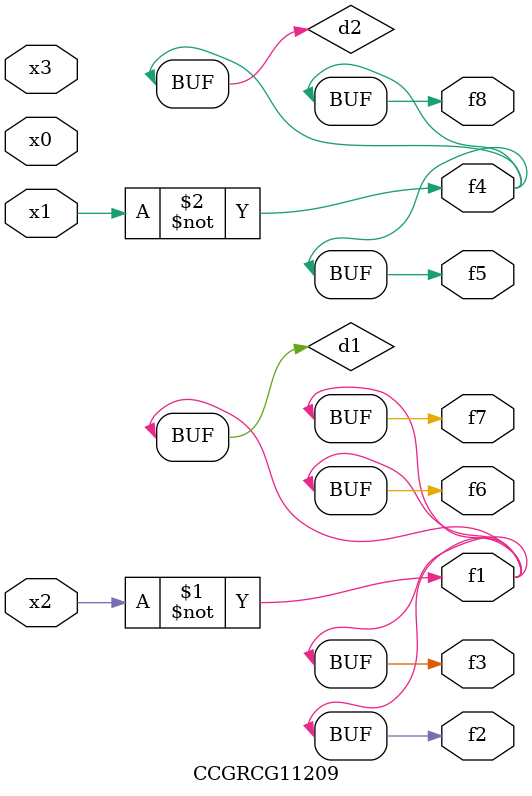
<source format=v>
module CCGRCG11209(
	input x0, x1, x2, x3,
	output f1, f2, f3, f4, f5, f6, f7, f8
);

	wire d1, d2;

	xnor (d1, x2);
	not (d2, x1);
	assign f1 = d1;
	assign f2 = d1;
	assign f3 = d1;
	assign f4 = d2;
	assign f5 = d2;
	assign f6 = d1;
	assign f7 = d1;
	assign f8 = d2;
endmodule

</source>
